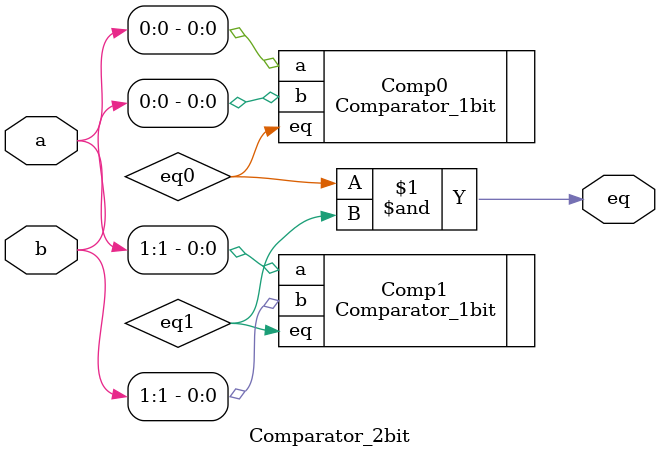
<source format=sv>
/* File:            Comparator_2bit.sv
 * Author:          Caglayan DOKME, caglayandokme@gmail.com
 * Date:            May 10, 2021 -> Created
 * Description:     Compares 2-bit signals and detects equality.
 * Original Code:   FPGA Prototyping by System Verilog Examples, Pong Chu, Listing 1.2 and 1.3
 */
 
`timescale 1ns / 1ps

// IO Ports
module Comparator_2bit(
    input [1:0] a,
    input [1:0] b,
    output eq);

/** Gate Level Design **/ 
/* // Signal Declarations
logic p0, p1, p2, p3;

// Body
assign eq = p0 | p1 | p2 | p3;    // Sum of four product terms

// Product terms 
assign p0 = (~a[1] & ~b[1]) & (~a[0] & ~b[0]);
assign p1 = (~a[1] & ~b[1]) & (a[0] & b[0]);
assign p2 = (a[1] & b[1])   & (~a[0] & ~b[0]);
assign p3 = (a[1] & b[1])   & (a[0] & b[0]); */

/** Structural Design **/
// Signal Declarations
logic eq0, eq1;

// 1-Bit Comparator Instantiations
Comparator_1bit Comp0(.a(a[0]), .b(b[0]), .eq(eq0));
Comparator_1bit Comp1(.a(a[1]), .b(b[1]), .eq(eq1));

assign eq = eq0 & eq1;

endmodule

</source>
